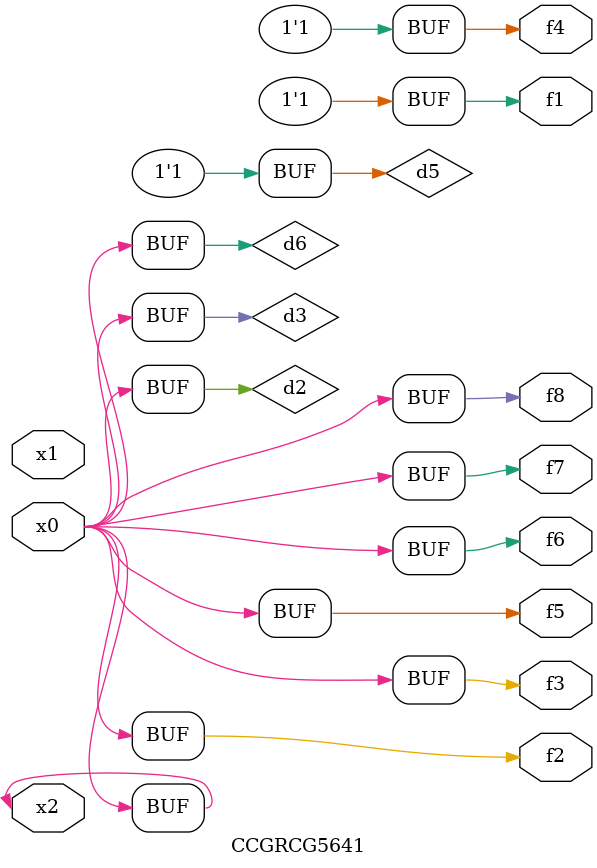
<source format=v>
module CCGRCG5641(
	input x0, x1, x2,
	output f1, f2, f3, f4, f5, f6, f7, f8
);

	wire d1, d2, d3, d4, d5, d6;

	xnor (d1, x2);
	buf (d2, x0, x2);
	and (d3, x0);
	xnor (d4, x1, x2);
	nand (d5, d1, d3);
	buf (d6, d2, d3);
	assign f1 = d5;
	assign f2 = d6;
	assign f3 = d6;
	assign f4 = d5;
	assign f5 = d6;
	assign f6 = d6;
	assign f7 = d6;
	assign f8 = d6;
endmodule

</source>
